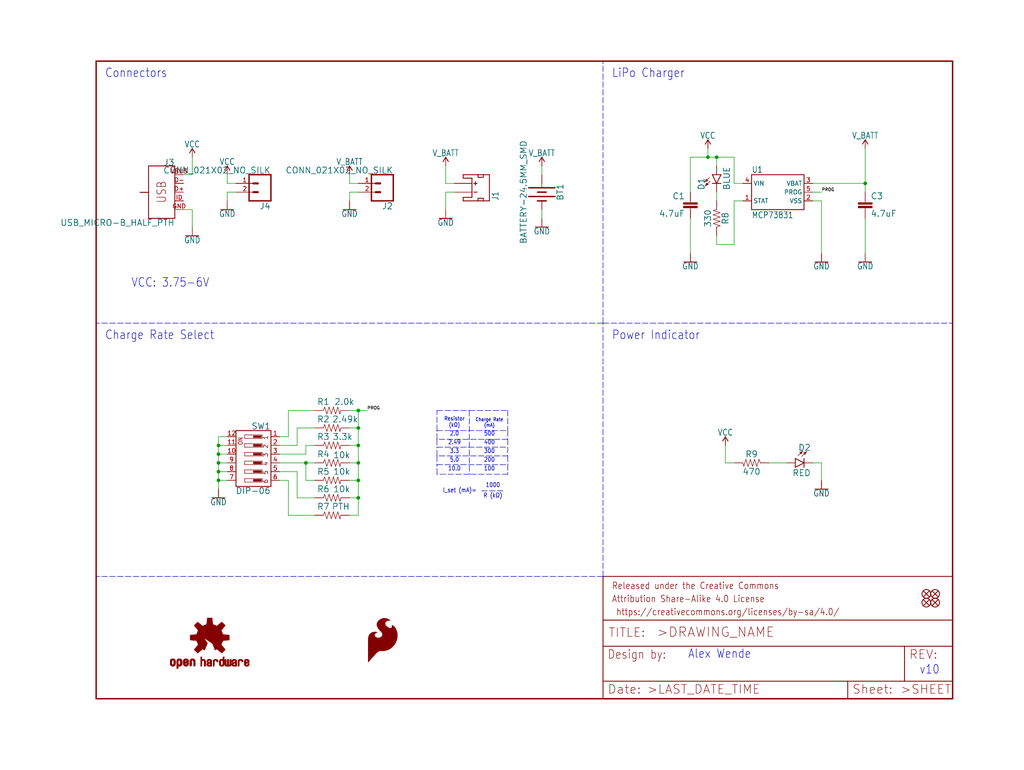
<source format=kicad_sch>
(kicad_sch (version 20211123) (generator eeschema)
  (paper "User" 297.612 223.926)
  (lib_symbols
    (symbol "eagleSchem-eagle-import:10KOHM-0603-1{slash}10W-1%"
      (property "Reference" "R" (at 0 1.524 0))
      (property "Value" "10KOHM-0603-1{slash}10W-1%" (at 0 -1.524 0))
      (symbol "10KOHM-0603-1{slash}10W-1%_1_0"
        (pin passive line (at -5.08 0 0) (length 2.54) (name "1") (number "1"))
        (pin passive line (at 5.08 0 180) (length 2.54) (name "2") (number "2"))
      )
    )
    (symbol "eagleSchem-eagle-import:2.0KOHM-0603-1{slash}10W-5%"
      (property "Reference" "R" (at 0 1.524 0))
      (property "Value" "2.0KOHM-0603-1{slash}10W-5%" (at 0 -1.524 0))
      (symbol "2.0KOHM-0603-1{slash}10W-5%_1_0"
        (pin passive line (at -5.08 0 0) (length 2.54) (name "1") (number "1"))
        (pin passive line (at 5.08 0 180) (length 2.54) (name "2") (number "2"))
      )
    )
    (symbol "eagleSchem-eagle-import:2.49KOHM-0603-1{slash}10W-1%"
      (property "Reference" "R" (at 0 1.524 0))
      (property "Value" "2.49KOHM-0603-1{slash}10W-1%" (at 0 -1.524 0))
      (symbol "2.49KOHM-0603-1{slash}10W-1%_1_0"
        (pin passive line (at -5.08 0 0) (length 2.54) (name "1") (number "1"))
        (pin passive line (at 5.08 0 180) (length 2.54) (name "2") (number "2"))
      )
    )
    (symbol "eagleSchem-eagle-import:3.3KOHM-0603-1{slash}10W-1%"
      (property "Reference" "R" (at 0 1.524 0))
      (property "Value" "3.3KOHM-0603-1{slash}10W-1%" (at 0 -1.524 0))
      (symbol "3.3KOHM-0603-1{slash}10W-1%_1_0"
        (pin passive line (at -5.08 0 0) (length 2.54) (name "1") (number "1"))
        (pin passive line (at 5.08 0 180) (length 2.54) (name "2") (number "2"))
      )
    )
    (symbol "eagleSchem-eagle-import:330OHM-0603-1{slash}10W-1%"
      (property "Reference" "R" (at 0 1.524 0))
      (property "Value" "330OHM-0603-1{slash}10W-1%" (at 0 -1.524 0))
      (symbol "330OHM-0603-1{slash}10W-1%_1_0"
        (pin passive line (at -5.08 0 0) (length 2.54) (name "1") (number "1"))
        (pin passive line (at 5.08 0 180) (length 2.54) (name "2") (number "2"))
      )
    )
    (symbol "eagleSchem-eagle-import:4.7UF0603"
      (property "Reference" "C" (at 1.524 2.921 0))
      (property "Value" "4.7UF0603" (at 1.524 -2.159 0))
      (symbol "4.7UF0603_1_0"
        (pin passive line (at 0 5.08 270) (length 2.54) (name "1") (number "1"))
        (pin passive line (at 0 -2.54 90) (length 2.54) (name "2") (number "2"))
      )
    )
    (symbol "eagleSchem-eagle-import:470OHM-0603-1{slash}10W-1%"
      (property "Reference" "R" (at 0 1.524 0))
      (property "Value" "470OHM-0603-1{slash}10W-1%" (at 0 -1.524 0))
      (symbol "470OHM-0603-1{slash}10W-1%_1_0"
        (pin passive line (at -5.08 0 0) (length 2.54) (name "1") (number "1"))
        (pin passive line (at 5.08 0 180) (length 2.54) (name "2") (number "2"))
      )
    )
    (symbol "eagleSchem-eagle-import:BATTERY-24.5MM_SMD"
      (property "Reference" "BT" (at 0 4.318 0))
      (property "Value" "BATTERY-24.5MM_SMD" (at 0 -4.318 0))
      (symbol "BATTERY-24.5MM_SMD_1_0"
        (pin power_in line (at 5.08 0 180) (length 2.54) (name "-") (number "2"))
        (pin power_in line (at -5.08 0 0) (length 2.54) (name "+") (number "3"))
      )
    )
    (symbol "eagleSchem-eagle-import:CONN_021X02_NO_SILK"
      (property "Reference" "J" (at -2.54 5.588 0))
      (property "Value" "CONN_021X02_NO_SILK" (at -2.54 -4.826 0))
      (symbol "CONN_021X02_NO_SILK_1_0"
        (pin passive line (at 7.62 0 180) (length 5.08) (name "1") (number "1"))
        (pin passive line (at 7.62 2.54 180) (length 5.08) (name "2") (number "2"))
      )
    )
    (symbol "eagleSchem-eagle-import:DIP-06"
      (property "Reference" "SW" (at -7.112 -5.08 90))
      (property "Value" "DIP-06" (at 9.652 -5.08 90))
      (symbol "DIP-06_1_0"
        (text "1" (at -4.826 -2.794 0) (effects (font (size 1.27 1.27)) (justify top)))
        (text "2" (at -2.286 -2.794 0) (effects (font (size 1.27 1.27)) (justify top)))
        (text "3" (at 0.254 -2.794 0) (effects (font (size 1.27 1.27)) (justify top)))
        (text "4" (at 2.794 -2.794 0) (effects (font (size 1.27 1.27)) (justify top)))
        (text "5" (at 5.334 -2.794 0) (effects (font (size 1.27 1.27)) (justify top)))
        (text "6" (at 7.874 -2.794 0) (effects (font (size 1.27 1.27)) (justify top)))
        (text "ON" (at -3.81 3.048 0) (effects (font (size 1.27 1.0795)) (justify bottom)))
        (pin bidirectional line (at -5.08 -7.62 90) (length 2.54) (name "1") (number "1"))
        (pin bidirectional line (at 0 7.62 270) (length 2.54) (name "10") (number "10"))
        (pin bidirectional line (at -2.54 7.62 270) (length 2.54) (name "11") (number "11"))
        (pin bidirectional line (at -5.08 7.62 270) (length 2.54) (name "12") (number "12"))
        (pin bidirectional line (at -2.54 -7.62 90) (length 2.54) (name "2") (number "2"))
        (pin bidirectional line (at 0 -7.62 90) (length 2.54) (name "3") (number "3"))
        (pin bidirectional line (at 2.54 -7.62 90) (length 2.54) (name "4") (number "4"))
        (pin bidirectional line (at 5.08 -7.62 90) (length 2.54) (name "5") (number "5"))
        (pin bidirectional line (at 7.62 -7.62 90) (length 2.54) (name "6") (number "6"))
        (pin bidirectional line (at 7.62 7.62 270) (length 2.54) (name "7") (number "7"))
        (pin bidirectional line (at 5.08 7.62 270) (length 2.54) (name "8") (number "8"))
        (pin bidirectional line (at 2.54 7.62 270) (length 2.54) (name "9") (number "9"))
      )
    )
    (symbol "eagleSchem-eagle-import:FIDUCIALUFIDUCIAL")
    (symbol "eagleSchem-eagle-import:FRAME-LETTER"
      (symbol "FRAME-LETTER_2_0"
        (text " https://creativecommons.org/licenses/by-sa/4.0/" (at 2.54 24.13 0) (effects (font (size 1.9304 1.6408)) (justify left bottom)))
        (text ">DRAWING_NAME" (at 15.494 17.78 0) (effects (font (size 2.7432 2.7432)) (justify left bottom)))
        (text ">LAST_DATE_TIME" (at 12.7 1.27 0) (effects (font (size 2.54 2.54)) (justify left bottom)))
        (text ">SHEET" (at 86.36 1.27 0) (effects (font (size 2.54 2.54)) (justify left bottom)))
        (text "Attribution Share-Alike 4.0 License" (at 2.54 27.94 0) (effects (font (size 1.9304 1.6408)) (justify left bottom)))
        (text "Date:" (at 1.27 1.27 0) (effects (font (size 2.54 2.54)) (justify left bottom)))
        (text "Design by:" (at 1.27 11.43 0) (effects (font (size 2.54 2.159)) (justify left bottom)))
        (text "Released under the Creative Commons" (at 2.54 31.75 0) (effects (font (size 1.9304 1.6408)) (justify left bottom)))
        (text "REV:" (at 88.9 11.43 0) (effects (font (size 2.54 2.54)) (justify left bottom)))
        (text "Sheet:" (at 72.39 1.27 0) (effects (font (size 2.54 2.54)) (justify left bottom)))
        (text "TITLE:" (at 1.524 17.78 0) (effects (font (size 2.54 2.54)) (justify left bottom)))
      )
    )
    (symbol "eagleSchem-eagle-import:GND" (power)
      (property "Value" "GND" (at 0 -0.254 0))
      (symbol "GND_1_0"
        (pin power_in line (at 0 2.54 270) (length 2.54) (name "GND") (number "1"))
      )
    )
    (symbol "eagleSchem-eagle-import:JST_2MM_MALE"
      (property "Reference" "J" (at -2.54 5.842 0))
      (symbol "JST_2MM_MALE_1_0"
        (pin bidirectional line (at 0 -5.08 90) (length 5.08) (name "-") (number "1"))
        (pin bidirectional line (at 2.54 -5.08 90) (length 5.08) (name "+") (number "2"))
        (pin bidirectional line (at -2.54 2.54 90) (length 0) (name "PAD1") (number "NC1"))
        (pin bidirectional line (at 5.08 2.54 90) (length 0) (name "PAD2") (number "NC2"))
      )
    )
    (symbol "eagleSchem-eagle-import:LED-BLUE0603"
      (property "Reference" "D" (at -3.429 -4.572 90))
      (property "Value" "LED-BLUE0603" (at 1.905 -4.572 90))
      (symbol "LED-BLUE0603_1_0"
        (pin passive line (at 0 2.54 270) (length 2.54) (name "A") (number "A"))
        (pin passive line (at 0 -5.08 90) (length 2.54) (name "C") (number "C"))
      )
    )
    (symbol "eagleSchem-eagle-import:LED-RED0603"
      (property "Reference" "D" (at -3.429 -4.572 90))
      (property "Value" "LED-RED0603" (at 1.905 -4.572 90))
      (symbol "LED-RED0603_1_0"
        (pin passive line (at 0 2.54 270) (length 2.54) (name "A") (number "A"))
        (pin passive line (at 0 -5.08 90) (length 2.54) (name "C") (number "C"))
      )
    )
    (symbol "eagleSchem-eagle-import:MCP73831"
      (property "Reference" "U" (at -7.62 5.588 0))
      (property "Value" "MCP73831" (at -7.62 -7.62 0))
      (symbol "MCP73831_1_0"
        (pin output line (at -10.16 -2.54 0) (length 2.54) (name "STAT") (number "1"))
        (pin power_in line (at 10.16 -2.54 180) (length 2.54) (name "VSS") (number "2"))
        (pin power_in line (at 10.16 2.54 180) (length 2.54) (name "VBAT") (number "3"))
        (pin power_in line (at -10.16 2.54 0) (length 2.54) (name "VIN") (number "4"))
        (pin input line (at 10.16 0 180) (length 2.54) (name "PROG") (number "5"))
      )
    )
    (symbol "eagleSchem-eagle-import:OSHW-LOGOS")
    (symbol "eagleSchem-eagle-import:RESISTORAXIAL-0.3"
      (property "Reference" "R" (at 0 1.524 0))
      (property "Value" "RESISTORAXIAL-0.3" (at 0 -1.524 0))
      (symbol "RESISTORAXIAL-0.3_1_0"
        (pin passive line (at -5.08 0 0) (length 2.54) (name "1") (number "P$1"))
        (pin passive line (at 5.08 0 180) (length 2.54) (name "2") (number "P$2"))
      )
    )
    (symbol "eagleSchem-eagle-import:SFE_LOGO_FLAME.1_INCH")
    (symbol "eagleSchem-eagle-import:USB_MICRO-B_HALF_PTH"
      (property "Reference" "J" (at -2.54 7.62 0))
      (property "Value" "USB_MICRO-B_HALF_PTH" (at -2.54 -7.874 0))
      (symbol "USB_MICRO-B_HALF_PTH_1_0"
        (text "USB" (at 2.794 -3.302 900) (effects (font (size 2.54 2.159)) (justify left bottom)))
        (pin bidirectional line (at -5.08 0 0) (length 2.54) (name "D+") (number "D+"))
        (pin bidirectional line (at -5.08 2.54 0) (length 2.54) (name "D-") (number "D-"))
        (pin power_in line (at -5.08 -5.08 0) (length 2.54) (name "GND") (number "GND"))
        (pin bidirectional line (at -5.08 -2.54 0) (length 2.54) (name "ID") (number "ID"))
        (pin bidirectional line (at 7.62 0 180) (length 2.54) (name "SHIELD") (number "P$1"))
        (pin bidirectional line (at 7.62 0 180) (length 2.54) (name "SHIELD") (number "P$10"))
        (pin bidirectional line (at 7.62 0 180) (length 2.54) (name "SHIELD") (number "P$12"))
        (pin bidirectional line (at 7.62 0 180) (length 2.54) (name "SHIELD") (number "P$2"))
        (pin bidirectional line (at 7.62 0 180) (length 2.54) (name "SHIELD") (number "P$3"))
        (pin bidirectional line (at 7.62 0 180) (length 2.54) (name "SHIELD") (number "P$4"))
        (pin bidirectional line (at 7.62 0 180) (length 2.54) (name "SHIELD") (number "P$6"))
        (pin bidirectional line (at 7.62 0 180) (length 2.54) (name "SHIELD") (number "P$8"))
        (pin bidirectional line (at 7.62 0 180) (length 2.54) (name "SHIELD") (number "SHEILD2"))
        (pin bidirectional line (at 7.62 0 180) (length 2.54) (name "SHIELD") (number "SHIELD"))
        (pin bidirectional line (at 7.62 0 180) (length 2.54) (name "SHIELD") (number "SHIELD3"))
        (pin bidirectional line (at 7.62 0 180) (length 2.54) (name "SHIELD") (number "SHIELD4"))
        (pin power_in line (at -5.08 5.08 0) (length 2.54) (name "VBUS") (number "VBUS"))
      )
    )
    (symbol "eagleSchem-eagle-import:VCC" (power)
      (property "Value" "VCC" (at 0 2.794 0))
      (symbol "VCC_1_0"
        (pin power_in line (at 0 0 90) (length 2.54) (name "VCC") (number "1"))
      )
    )
    (symbol "eagleSchem-eagle-import:V_BATT" (power)
      (property "Value" "V_BATT" (at 0 2.794 0))
      (symbol "V_BATT_1_0"
        (pin power_in line (at 0 0 90) (length 2.54) (name "V_BATT") (number "1"))
      )
    )
  )
  (junction (at 63.5 132.08))
  (junction (at 63.5 129.54))
  (junction (at 104.14 134.62))
  (junction (at 104.14 119.38))
  (junction (at 205.74 45.72))
  (junction (at 104.14 139.7))
  (junction (at 104.14 144.78))
  (junction (at 104.14 129.54))
  (junction (at 63.5 137.16))
  (junction (at 251.46 53.34))
  (junction (at 63.5 134.62))
  (junction (at 208.28 45.72))
  (junction (at 104.14 124.46))
  (junction (at 63.5 139.7))
  (junction (at 88.9 134.62))
  (wire (pts (xy 66.04 137.16) (xy 63.5 137.16)))
  (wire (pts (xy 200.66 45.72) (xy 200.66 55.88)))
  (polyline (pts (xy 175.26 167.64) (xy 27.94 167.64)))
  (polyline (pts (xy 147.574 132.588) (xy 127 132.588)))
  (wire (pts (xy 104.14 134.62) (xy 104.14 139.7)))
  (wire (pts (xy 104.14 119.38) (xy 104.14 124.46)))
  (wire (pts (xy 101.6 53.34) (xy 101.6 50.8)))
  (wire (pts (xy 236.22 55.88) (xy 238.76 55.88)))
  (wire (pts (xy 91.44 124.46) (xy 86.36 124.46)))
  (wire (pts (xy 91.44 139.7) (xy 88.9 139.7)))
  (wire (pts (xy 66.04 132.08) (xy 63.5 132.08)))
  (wire (pts (xy 104.14 53.34) (xy 101.6 53.34)))
  (polyline (pts (xy 147.574 130.048) (xy 147.574 132.588)))
  (wire (pts (xy 236.22 58.42) (xy 238.76 58.42)))
  (wire (pts (xy 101.6 119.38) (xy 104.14 119.38)))
  (wire (pts (xy 55.88 60.96) (xy 55.88 66.04)))
  (wire (pts (xy 208.28 55.88) (xy 208.28 58.42)))
  (wire (pts (xy 81.28 132.08) (xy 88.9 132.08)))
  (wire (pts (xy 55.88 50.8) (xy 55.88 45.72)))
  (wire (pts (xy 66.04 53.34) (xy 66.04 50.8)))
  (wire (pts (xy 81.28 127) (xy 83.82 127)))
  (polyline (pts (xy 147.574 137.922) (xy 136.398 137.922)))
  (wire (pts (xy 236.22 53.34) (xy 251.46 53.34)))
  (wire (pts (xy 81.28 139.7) (xy 83.82 139.7)))
  (wire (pts (xy 157.48 60.96) (xy 157.48 63.5)))
  (wire (pts (xy 91.44 119.38) (xy 83.82 119.38)))
  (polyline (pts (xy 127 130.048) (xy 147.574 130.048)))
  (wire (pts (xy 213.36 58.42) (xy 215.9 58.42)))
  (polyline (pts (xy 127 127.762) (xy 127 130.048)))
  (wire (pts (xy 66.04 134.62) (xy 63.5 134.62)))
  (wire (pts (xy 68.58 53.34) (xy 66.04 53.34)))
  (wire (pts (xy 63.5 139.7) (xy 63.5 142.24)))
  (wire (pts (xy 213.36 45.72) (xy 208.28 45.72)))
  (polyline (pts (xy 127 132.588) (xy 127 130.048)))
  (polyline (pts (xy 175.26 93.98) (xy 175.26 17.78)))
  (polyline (pts (xy 127 125.222) (xy 147.574 125.222)))
  (wire (pts (xy 81.28 134.62) (xy 88.9 134.62)))
  (wire (pts (xy 213.36 71.12) (xy 213.36 58.42)))
  (wire (pts (xy 104.14 139.7) (xy 104.14 144.78)))
  (polyline (pts (xy 147.574 132.588) (xy 147.574 135.128)))
  (wire (pts (xy 68.58 55.88) (xy 66.04 55.88)))
  (polyline (pts (xy 136.398 137.922) (xy 127 137.922)))
  (wire (pts (xy 63.5 132.08) (xy 63.5 134.62)))
  (polyline (pts (xy 127 127.762) (xy 127 125.222)))
  (polyline (pts (xy 147.574 127.762) (xy 147.574 130.048)))
  (polyline (pts (xy 136.398 119.38) (xy 147.574 119.38)))
  (wire (pts (xy 91.44 134.62) (xy 88.9 134.62)))
  (wire (pts (xy 86.36 124.46) (xy 86.36 129.54)))
  (polyline (pts (xy 175.26 93.98) (xy 276.86 93.98)))
  (wire (pts (xy 66.04 129.54) (xy 63.5 129.54)))
  (wire (pts (xy 88.9 139.7) (xy 88.9 134.62)))
  (wire (pts (xy 66.04 139.7) (xy 63.5 139.7)))
  (wire (pts (xy 129.54 53.34) (xy 129.54 48.26)))
  (wire (pts (xy 101.6 134.62) (xy 104.14 134.62)))
  (wire (pts (xy 101.6 55.88) (xy 101.6 58.42)))
  (wire (pts (xy 104.14 129.54) (xy 104.14 134.62)))
  (wire (pts (xy 129.54 55.88) (xy 129.54 60.96)))
  (wire (pts (xy 81.28 137.16) (xy 86.36 137.16)))
  (wire (pts (xy 251.46 43.18) (xy 251.46 53.34)))
  (wire (pts (xy 132.08 53.34) (xy 129.54 53.34)))
  (wire (pts (xy 251.46 63.5) (xy 251.46 73.66)))
  (polyline (pts (xy 127 135.128) (xy 147.574 135.128)))
  (wire (pts (xy 101.6 144.78) (xy 104.14 144.78)))
  (polyline (pts (xy 147.574 127.762) (xy 127 127.762)))
  (wire (pts (xy 238.76 134.62) (xy 238.76 139.7)))
  (wire (pts (xy 205.74 45.72) (xy 205.74 43.18)))
  (wire (pts (xy 213.36 134.62) (xy 210.82 134.62)))
  (wire (pts (xy 63.5 137.16) (xy 63.5 139.7)))
  (wire (pts (xy 104.14 124.46) (xy 104.14 129.54)))
  (wire (pts (xy 238.76 58.42) (xy 238.76 73.66)))
  (wire (pts (xy 210.82 134.62) (xy 210.82 129.54)))
  (wire (pts (xy 91.44 129.54) (xy 88.9 129.54)))
  (wire (pts (xy 208.28 45.72) (xy 205.74 45.72)))
  (polyline (pts (xy 147.574 125.222) (xy 147.574 127.762)))
  (wire (pts (xy 63.5 134.62) (xy 63.5 137.16)))
  (wire (pts (xy 86.36 144.78) (xy 86.36 137.16)))
  (wire (pts (xy 157.48 50.8) (xy 157.48 48.26)))
  (wire (pts (xy 91.44 144.78) (xy 86.36 144.78)))
  (wire (pts (xy 88.9 129.54) (xy 88.9 132.08)))
  (wire (pts (xy 53.34 50.8) (xy 55.88 50.8)))
  (wire (pts (xy 101.6 139.7) (xy 104.14 139.7)))
  (wire (pts (xy 83.82 149.86) (xy 83.82 139.7)))
  (wire (pts (xy 104.14 119.38) (xy 106.68 119.38)))
  (wire (pts (xy 66.04 55.88) (xy 66.04 58.42)))
  (wire (pts (xy 83.82 119.38) (xy 83.82 127)))
  (wire (pts (xy 236.22 134.62) (xy 238.76 134.62)))
  (polyline (pts (xy 175.26 167.64) (xy 175.26 93.98)))
  (wire (pts (xy 104.14 149.86) (xy 101.6 149.86)))
  (wire (pts (xy 205.74 45.72) (xy 200.66 45.72)))
  (polyline (pts (xy 127 137.922) (xy 127 135.128)))
  (polyline (pts (xy 127 125.222) (xy 127 119.38)))
  (wire (pts (xy 208.28 71.12) (xy 213.36 71.12)))
  (wire (pts (xy 251.46 53.34) (xy 251.46 55.88)))
  (wire (pts (xy 213.36 53.34) (xy 213.36 45.72)))
  (wire (pts (xy 104.14 55.88) (xy 101.6 55.88)))
  (wire (pts (xy 91.44 149.86) (xy 83.82 149.86)))
  (wire (pts (xy 208.28 68.58) (xy 208.28 71.12)))
  (polyline (pts (xy 127 132.588) (xy 127 135.128)))
  (wire (pts (xy 101.6 124.46) (xy 104.14 124.46)))
  (wire (pts (xy 223.52 134.62) (xy 228.6 134.62)))
  (wire (pts (xy 63.5 127) (xy 66.04 127)))
  (wire (pts (xy 208.28 48.26) (xy 208.28 45.72)))
  (polyline (pts (xy 147.574 135.128) (xy 147.574 137.922)))
  (polyline (pts (xy 147.574 119.38) (xy 147.574 125.222)))
  (wire (pts (xy 63.5 127) (xy 63.5 129.54)))
  (wire (pts (xy 101.6 129.54) (xy 104.14 129.54)))
  (polyline (pts (xy 136.398 119.38) (xy 136.398 137.922)))
  (polyline (pts (xy 139.954 142.748) (xy 146.558 142.748)))
  (wire (pts (xy 132.08 55.88) (xy 129.54 55.88)))
  (wire (pts (xy 81.28 129.54) (xy 86.36 129.54)))
  (wire (pts (xy 215.9 53.34) (xy 213.36 53.34)))
  (polyline (pts (xy 127 119.38) (xy 136.398 119.38)))
  (polyline (pts (xy 175.26 93.98) (xy 27.94 93.98)))
  (wire (pts (xy 63.5 129.54) (xy 63.5 132.08)))
  (wire (pts (xy 104.14 144.78) (xy 104.14 149.86)))
  (wire (pts (xy 200.66 63.5) (xy 200.66 73.66)))
  (wire (pts (xy 53.34 60.96) (xy 55.88 60.96)))
  (text "Connectors" (at 30.48 22.86 180) (effects (font (size 2.54 2.159)) (justify left bottom)))
  (text "5.0" (at 132.08 134.62 180) (effects (font (size 1.27 1.0795)) (justify bottom)))
  (text "2.49" (at 132.08 129.54 180) (effects (font (size 1.27 1.0795)) (justify bottom)))
  (text "I_set (mA)=" (at 133.604 143.51 180) (effects (font (size 1.27 1.0795)) (justify bottom)))
  (text "3.3" (at 132.08 132.08 180) (effects (font (size 1.27 1.0795)) (justify bottom)))
  (text "Charge Rate\n(mA)" (at 142.24 124.46 180) (effects (font (size 1.016 0.8636)) (justify bottom)))
  (text "400" (at 142.24 129.54 180) (effects (font (size 1.27 1.0795)) (justify bottom)))
  (text "Charge Rate Select" (at 30.48 99.06 180) (effects (font (size 2.54 2.159)) (justify left bottom)))
  (text "Power Indicator" (at 177.8 99.06 180) (effects (font (size 2.54 2.159)) (justify left bottom)))
  (text "v10" (at 267.208 196.342 180) (effects (font (size 2.54 2.159)) (justify left bottom)))
  (text "1000" (at 143.256 141.986 180) (effects (font (size 1.27 1.0795)) (justify bottom)))
  (text "100" (at 142.24 137.16 180) (effects (font (size 1.27 1.0795)) (justify bottom)))
  (text "200" (at 142.24 134.62 180) (effects (font (size 1.27 1.0795)) (justify bottom)))
  (text "Resistor\n(kΩ)" (at 132.08 124.46 180) (effects (font (size 1.143 0.9715)) (justify bottom)))
  (text "300" (at 142.24 132.08 180) (effects (font (size 1.27 1.0795)) (justify bottom)))
  (text "R (kΩ)" (at 143.256 145.034 180) (effects (font (size 1.27 1.0795)) (justify bottom)))
  (text "VCC: 3.75-6V" (at 38.1 83.82 180) (effects (font (size 2.54 2.159)) (justify left bottom)))
  (text "500" (at 142.24 127 180) (effects (font (size 1.27 1.0795)) (justify bottom)))
  (text "2.0" (at 132.08 127 180) (effects (font (size 1.27 1.0795)) (justify bottom)))
  (text "10.0" (at 132.08 137.16 180) (effects (font (size 1.27 1.0795)) (justify bottom)))
  (text "Alex Wende" (at 199.898 191.77 180) (effects (font (size 2.54 2.159)) (justify left bottom)))
  (text "LiPo Charger" (at 177.8 22.86 180) (effects (font (size 2.54 2.159)) (justify left bottom)))
  (label "PROG" (at 106.68 119.38 0) (effects (font (size 0.889 0.889))))
  (label "PROG" (at 238.76 55.88 0) (effects (font (size 0.889 0.889))))
  (symbol (lib_id "eagleSchem-eagle-import:GND") (at 55.88 68.58 0) (unit 1)
    (property "Reference" "#GND9" (effects hide))
    (property "Value" "GND" (at 55.88 68.834 0) (effects (font (size 1.778 1.5113)) (justify top)))
    (property "Footprint" "eagleSchem:" (effects hide))
  )
  (symbol (lib_id "eagleSchem-eagle-import:3.3KOHM-0603-1{slash}10W-1%") (at 96.52 129.54 0) (unit 1)
    (property "Reference" "R3" (at 93.98 128.016 0) (effects (font (size 1.778 1.778)) (justify bottom)))
    (property "Value" "3.3k" (at 99.568 128.016 0) (effects (font (size 1.778 1.778)) (justify bottom)))
    (property "Footprint" "eagleSchem:0603" (effects hide))
  )
  (symbol (lib_id "eagleSchem-eagle-import:DIP-06") (at 73.66 132.08 90) (mirror x) (unit 1)
    (property "Reference" "SW1" (at 78.74 124.968 90) (effects (font (size 1.778 1.778)) (justify left bottom)))
    (property "Value" "DIP-06" (at 78.74 141.732 90) (effects (font (size 1.778 1.778)) (justify left top)))
    (property "Footprint" "eagleSchem:DIPSWITCH-06-SMD" (effects hide))
  )
  (symbol (lib_id "eagleSchem-eagle-import:V_BATT") (at 129.54 48.26 0) (unit 1)
    (property "Reference" "#SUPPLY3" (effects hide))
    (property "Value" "V_BATT" (at 129.54 45.466 0) (effects (font (size 1.778 1.5113)) (justify bottom)))
    (property "Footprint" "eagleSchem:" (effects hide))
  )
  (symbol (lib_id "eagleSchem-eagle-import:LED-RED0603") (at 231.14 134.62 90) (mirror x) (unit 1)
    (property "Reference" "D2" (at 235.712 131.191 90) (effects (font (size 1.778 1.778)) (justify left bottom)))
    (property "Value" "RED" (at 235.712 136.525 90) (effects (font (size 1.778 1.778)) (justify left top)))
    (property "Footprint" "eagleSchem:LED-0603" (effects hide))
  )
  (symbol (lib_id "eagleSchem-eagle-import:GND") (at 101.6 60.96 0) (unit 1)
    (property "Reference" "#GND7" (effects hide))
    (property "Value" "GND" (at 101.6 61.214 0) (effects (font (size 1.778 1.5113)) (justify top)))
    (property "Footprint" "eagleSchem:" (effects hide))
  )
  (symbol (lib_id "eagleSchem-eagle-import:GND") (at 200.66 76.2 0) (unit 1)
    (property "Reference" "#GND2" (effects hide))
    (property "Value" "GND" (at 200.66 76.454 0) (effects (font (size 1.778 1.5113)) (justify top)))
    (property "Footprint" "eagleSchem:" (effects hide))
  )
  (symbol (lib_id "eagleSchem-eagle-import:CONN_021X02_NO_SILK") (at 111.76 53.34 180) (unit 1)
    (property "Reference" "J2" (at 114.3 58.928 0) (effects (font (size 1.778 1.778)) (justify left bottom)))
    (property "Value" "CONN_021X02_NO_SILK" (at 114.3 48.514 0) (effects (font (size 1.778 1.778)) (justify left bottom)))
    (property "Footprint" "eagleSchem:1X02_NO_SILK" (effects hide))
  )
  (symbol (lib_id "eagleSchem-eagle-import:GND") (at 129.54 63.5 0) (unit 1)
    (property "Reference" "#GND8" (effects hide))
    (property "Value" "GND" (at 129.54 63.754 0) (effects (font (size 1.778 1.5113)) (justify top)))
    (property "Footprint" "eagleSchem:" (effects hide))
  )
  (symbol (lib_id "eagleSchem-eagle-import:V_BATT") (at 251.46 43.18 0) (unit 1)
    (property "Reference" "#SUPPLY2" (effects hide))
    (property "Value" "V_BATT" (at 251.46 40.386 0) (effects (font (size 1.778 1.5113)) (justify bottom)))
    (property "Footprint" "eagleSchem:" (effects hide))
  )
  (symbol (lib_id "eagleSchem-eagle-import:BATTERY-24.5MM_SMD") (at 157.48 55.88 270) (unit 1)
    (property "Reference" "BT1" (at 161.798 55.88 0) (effects (font (size 1.778 1.778)) (justify bottom)))
    (property "Value" "BATTERY-24.5MM_SMD" (at 153.162 55.88 0) (effects (font (size 1.778 1.778)) (justify top)))
    (property "Footprint" "eagleSchem:BATTCON_24.5MM_SMD" (effects hide))
  )
  (symbol (lib_id "eagleSchem-eagle-import:GND") (at 238.76 142.24 0) (unit 1)
    (property "Reference" "#GND10" (effects hide))
    (property "Value" "GND" (at 238.76 142.494 0) (effects (font (size 1.778 1.5113)) (justify top)))
    (property "Footprint" "eagleSchem:" (effects hide))
  )
  (symbol (lib_id "eagleSchem-eagle-import:10KOHM-0603-1{slash}10W-1%") (at 96.52 144.78 0) (unit 1)
    (property "Reference" "R6" (at 93.98 143.256 0) (effects (font (size 1.778 1.778)) (justify bottom)))
    (property "Value" "10k" (at 99.314 143.256 0) (effects (font (size 1.778 1.778)) (justify bottom)))
    (property "Footprint" "eagleSchem:0603" (effects hide))
  )
  (symbol (lib_id "eagleSchem-eagle-import:V_BATT") (at 157.48 48.26 0) (unit 1)
    (property "Reference" "#SUPPLY5" (effects hide))
    (property "Value" "V_BATT" (at 157.48 45.466 0) (effects (font (size 1.778 1.5113)) (justify bottom)))
    (property "Footprint" "eagleSchem:" (effects hide))
  )
  (symbol (lib_id "eagleSchem-eagle-import:VCC") (at 210.82 129.54 0) (unit 1)
    (property "Reference" "#SUPPLY8" (effects hide))
    (property "Value" "VCC" (at 210.82 126.746 0) (effects (font (size 1.778 1.5113)) (justify bottom)))
    (property "Footprint" "eagleSchem:" (effects hide))
  )
  (symbol (lib_id "eagleSchem-eagle-import:FRAME-LETTER") (at 175.26 203.2 0) (unit 2)
    (property "Reference" "FRAME1" (effects hide))
    (property "Value" "FRAME-LETTER" (effects hide))
    (property "Footprint" "eagleSchem:CREATIVE_COMMONS" (effects hide))
  )
  (symbol (lib_id "eagleSchem-eagle-import:470OHM-0603-1{slash}10W-1%") (at 218.44 134.62 0) (mirror y) (unit 1)
    (property "Reference" "R9" (at 218.44 133.096 0) (effects (font (size 1.778 1.778)) (justify bottom)))
    (property "Value" "470" (at 218.44 136.144 0) (effects (font (size 1.778 1.778)) (justify top)))
    (property "Footprint" "eagleSchem:0603" (effects hide))
  )
  (symbol (lib_id "eagleSchem-eagle-import:10KOHM-0603-1{slash}10W-1%") (at 96.52 139.7 0) (unit 1)
    (property "Reference" "R5" (at 93.98 138.176 0) (effects (font (size 1.778 1.778)) (justify bottom)))
    (property "Value" "10k" (at 99.314 138.176 0) (effects (font (size 1.778 1.778)) (justify bottom)))
    (property "Footprint" "eagleSchem:0603" (effects hide))
  )
  (symbol (lib_id "eagleSchem-eagle-import:FRAME-LETTER") (at 27.94 203.2 0) (unit 1)
    (property "Reference" "FRAME1" (effects hide))
    (property "Value" "FRAME-LETTER" (effects hide))
    (property "Footprint" "eagleSchem:CREATIVE_COMMONS" (effects hide))
  )
  (symbol (lib_id "eagleSchem-eagle-import:4.7UF0603") (at 200.66 60.96 0) (mirror y) (unit 1)
    (property "Reference" "C1" (at 199.136 58.039 0) (effects (font (size 1.778 1.778)) (justify left bottom)))
    (property "Value" "4.7uF" (at 199.136 63.119 0) (effects (font (size 1.778 1.778)) (justify left bottom)))
    (property "Footprint" "eagleSchem:0603" (effects hide))
  )
  (symbol (lib_id "eagleSchem-eagle-import:MCP73831") (at 226.06 55.88 0) (unit 1)
    (property "Reference" "U1" (at 218.44 50.292 0) (effects (font (size 1.778 1.5113)) (justify left bottom)))
    (property "Value" "MCP73831" (at 218.44 63.5 0) (effects (font (size 1.778 1.5113)) (justify left bottom)))
    (property "Footprint" "eagleSchem:SOT23-5" (effects hide))
  )
  (symbol (lib_id "eagleSchem-eagle-import:FIDUCIALUFIDUCIAL") (at 271.78 175.26 0) (unit 1)
    (property "Reference" "FD3" (effects hide))
    (property "Value" "FIDUCIALUFIDUCIAL" (effects hide))
    (property "Footprint" "eagleSchem:FIDUCIAL-MICRO" (effects hide))
  )
  (symbol (lib_id "eagleSchem-eagle-import:GND") (at 66.04 60.96 0) (unit 1)
    (property "Reference" "#GND3" (effects hide))
    (property "Value" "GND" (at 66.04 61.214 0) (effects (font (size 1.778 1.5113)) (justify top)))
    (property "Footprint" "eagleSchem:" (effects hide))
  )
  (symbol (lib_id "eagleSchem-eagle-import:4.7UF0603") (at 251.46 60.96 0) (unit 1)
    (property "Reference" "C3" (at 252.984 58.039 0) (effects (font (size 1.778 1.778)) (justify left bottom)))
    (property "Value" "4.7uF" (at 252.984 63.119 0) (effects (font (size 1.778 1.778)) (justify left bottom)))
    (property "Footprint" "eagleSchem:0603" (effects hide))
  )
  (symbol (lib_id "eagleSchem-eagle-import:2.0KOHM-0603-1{slash}10W-5%") (at 96.52 119.38 0) (unit 1)
    (property "Reference" "R1" (at 93.98 117.856 0) (effects (font (size 1.778 1.778)) (justify bottom)))
    (property "Value" "2.0k" (at 100.076 117.856 0) (effects (font (size 1.778 1.778)) (justify bottom)))
    (property "Footprint" "eagleSchem:0603" (effects hide))
  )
  (symbol (lib_id "eagleSchem-eagle-import:GND") (at 157.48 66.04 0) (unit 1)
    (property "Reference" "#GND6" (effects hide))
    (property "Value" "GND" (at 157.48 66.294 0) (effects (font (size 1.778 1.5113)) (justify top)))
    (property "Footprint" "eagleSchem:" (effects hide))
  )
  (symbol (lib_id "eagleSchem-eagle-import:2.49KOHM-0603-1{slash}10W-1%") (at 96.52 124.46 0) (unit 1)
    (property "Reference" "R2" (at 93.98 122.936 0) (effects (font (size 1.778 1.778)) (justify bottom)))
    (property "Value" "2.49k" (at 100.33 122.936 0) (effects (font (size 1.778 1.778)) (justify bottom)))
    (property "Footprint" "eagleSchem:0603" (effects hide))
  )
  (symbol (lib_id "eagleSchem-eagle-import:10KOHM-0603-1{slash}10W-1%") (at 96.52 134.62 0) (unit 1)
    (property "Reference" "R4" (at 93.98 133.096 0) (effects (font (size 1.778 1.778)) (justify bottom)))
    (property "Value" "10k" (at 99.314 133.35 0) (effects (font (size 1.778 1.778)) (justify bottom)))
    (property "Footprint" "eagleSchem:0603" (effects hide))
  )
  (symbol (lib_id "eagleSchem-eagle-import:VCC") (at 66.04 50.8 0) (unit 1)
    (property "Reference" "#SUPPLY7" (effects hide))
    (property "Value" "VCC" (at 66.04 48.006 0) (effects (font (size 1.778 1.5113)) (justify bottom)))
    (property "Footprint" "eagleSchem:" (effects hide))
  )
  (symbol (lib_id "eagleSchem-eagle-import:JST_2MM_MALE") (at 137.16 55.88 270) (mirror x) (unit 1)
    (property "Reference" "J1" (at 143.002 58.42 0) (effects (font (size 1.778 1.5113)) (justify left bottom)))
    (property "Value" "JST_2MM_MALE" (effects hide))
    (property "Footprint" "eagleSchem:JST-2-SMD" (effects hide))
  )
  (symbol (lib_id "eagleSchem-eagle-import:GND") (at 238.76 76.2 0) (unit 1)
    (property "Reference" "#GND4" (effects hide))
    (property "Value" "GND" (at 238.76 76.454 0) (effects (font (size 1.778 1.5113)) (justify top)))
    (property "Footprint" "eagleSchem:" (effects hide))
  )
  (symbol (lib_id "eagleSchem-eagle-import:V_BATT") (at 101.6 50.8 0) (unit 1)
    (property "Reference" "#SUPPLY4" (effects hide))
    (property "Value" "V_BATT" (at 101.6 48.006 0) (effects (font (size 1.778 1.5113)) (justify bottom)))
    (property "Footprint" "eagleSchem:" (effects hide))
  )
  (symbol (lib_id "eagleSchem-eagle-import:USB_MICRO-B_HALF_PTH") (at 48.26 55.88 0) (mirror y) (unit 1)
    (property "Reference" "J3" (at 50.8 48.26 0) (effects (font (size 1.778 1.778)) (justify left bottom)))
    (property "Value" "USB_MICRO-B_HALF_PTH" (at 50.8 63.754 0) (effects (font (size 1.778 1.778)) (justify left top)))
    (property "Footprint" "eagleSchem:USB-MICROB-PTH" (effects hide))
  )
  (symbol (lib_id "eagleSchem-eagle-import:CONN_021X02_NO_SILK") (at 76.2 53.34 180) (unit 1)
    (property "Reference" "J4" (at 78.74 58.928 0) (effects (font (size 1.778 1.778)) (justify left bottom)))
    (property "Value" "CONN_021X02_NO_SILK" (at 78.74 48.514 0) (effects (font (size 1.778 1.778)) (justify left bottom)))
    (property "Footprint" "eagleSchem:1X02_NO_SILK" (effects hide))
  )
  (symbol (lib_id "eagleSchem-eagle-import:FIDUCIALUFIDUCIAL") (at 271.78 172.72 0) (unit 1)
    (property "Reference" "FD1" (effects hide))
    (property "Value" "FIDUCIALUFIDUCIAL" (effects hide))
    (property "Footprint" "eagleSchem:FIDUCIAL-MICRO" (effects hide))
  )
  (symbol (lib_id "eagleSchem-eagle-import:VCC") (at 205.74 43.18 0) (unit 1)
    (property "Reference" "#SUPPLY1" (effects hide))
    (property "Value" "VCC" (at 205.74 40.386 0) (effects (font (size 1.778 1.5113)) (justify bottom)))
    (property "Footprint" "eagleSchem:" (effects hide))
  )
  (symbol (lib_id "eagleSchem-eagle-import:GND") (at 63.5 144.78 0) (unit 1)
    (property "Reference" "#GND1" (effects hide))
    (property "Value" "GND" (at 63.5 145.034 0) (effects (font (size 1.778 1.5113)) (justify top)))
    (property "Footprint" "eagleSchem:" (effects hide))
  )
  (symbol (lib_id "eagleSchem-eagle-import:SFE_LOGO_FLAME.1_INCH") (at 106.68 193.04 0) (unit 1)
    (property "Reference" "LOGO1" (effects hide))
    (property "Value" "SFE_LOGO_FLAME.1_INCH" (effects hide))
    (property "Footprint" "eagleSchem:SFE_LOGO_FLAME_.1" (effects hide))
  )
  (symbol (lib_id "eagleSchem-eagle-import:VCC") (at 55.88 45.72 0) (unit 1)
    (property "Reference" "#SUPPLY6" (effects hide))
    (property "Value" "VCC" (at 55.88 42.926 0) (effects (font (size 1.778 1.5113)) (justify bottom)))
    (property "Footprint" "eagleSchem:" (effects hide))
  )
  (symbol (lib_id "eagleSchem-eagle-import:GND") (at 251.46 76.2 0) (unit 1)
    (property "Reference" "#GND5" (effects hide))
    (property "Value" "GND" (at 251.46 76.454 0) (effects (font (size 1.778 1.5113)) (justify top)))
    (property "Footprint" "eagleSchem:" (effects hide))
  )
  (symbol (lib_id "eagleSchem-eagle-import:330OHM-0603-1{slash}10W-1%") (at 208.28 63.5 270) (mirror x) (unit 1)
    (property "Reference" "R8" (at 209.804 63.5 0) (effects (font (size 1.778 1.778)) (justify bottom)))
    (property "Value" "330" (at 206.756 63.5 0) (effects (font (size 1.778 1.778)) (justify top)))
    (property "Footprint" "eagleSchem:0603" (effects hide))
  )
  (symbol (lib_id "eagleSchem-eagle-import:OSHW-LOGOS") (at 60.96 185.42 0) (unit 1)
    (property "Reference" "LOGO2" (effects hide))
    (property "Value" "OSHW-LOGOS" (effects hide))
    (property "Footprint" "eagleSchem:OSHW-LOGO-S" (effects hide))
  )
  (symbol (lib_id "eagleSchem-eagle-import:FIDUCIALUFIDUCIAL") (at 269.24 172.72 0) (unit 1)
    (property "Reference" "FD2" (effects hide))
    (property "Value" "FIDUCIALUFIDUCIAL" (effects hide))
    (property "Footprint" "eagleSchem:FIDUCIAL-MICRO" (effects hide))
  )
  (symbol (lib_id "eagleSchem-eagle-import:LED-BLUE0603") (at 208.28 50.8 0) (unit 1)
    (property "Reference" "D1" (at 204.851 55.372 90) (effects (font (size 1.778 1.778)) (justify left bottom)))
    (property "Value" "BLUE" (at 210.185 55.372 90) (effects (font (size 1.778 1.778)) (justify left top)))
    (property "Footprint" "eagleSchem:LED-0603" (effects hide))
  )
  (symbol (lib_id "eagleSchem-eagle-import:FIDUCIALUFIDUCIAL") (at 269.24 175.26 0) (unit 1)
    (property "Reference" "FD4" (effects hide))
    (property "Value" "FIDUCIALUFIDUCIAL" (effects hide))
    (property "Footprint" "eagleSchem:FIDUCIAL-MICRO" (effects hide))
  )
  (symbol (lib_id "eagleSchem-eagle-import:RESISTORAXIAL-0.3") (at 96.52 149.86 0) (unit 1)
    (property "Reference" "R7" (at 93.98 148.336 0) (effects (font (size 1.778 1.778)) (justify bottom)))
    (property "Value" "PTH" (at 99.06 148.336 0) (effects (font (size 1.778 1.778)) (justify bottom)))
    (property "Footprint" "eagleSchem:AXIAL-0.3" (effects hide))
  )
)
</source>
